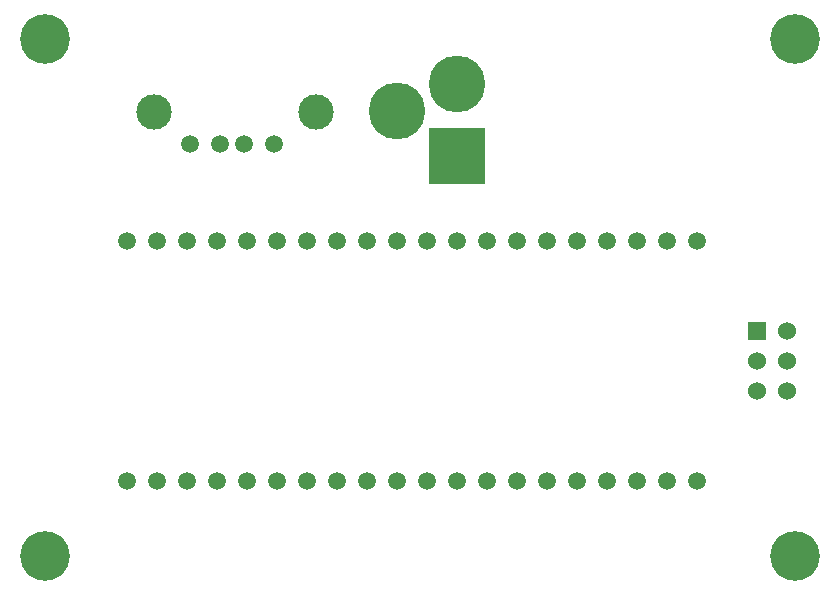
<source format=gbs>
G04 (created by PCBNEW (2013-03-31 BZR 4008)-stable) date 13.09.2013 22:32:34*
%MOIN*%
G04 Gerber Fmt 3.4, Leading zero omitted, Abs format*
%FSLAX34Y34*%
G01*
G70*
G90*
G04 APERTURE LIST*
%ADD10C,0.006*%
%ADD11C,0.0591*%
%ADD12C,0.1181*%
%ADD13R,0.06X0.06*%
%ADD14C,0.06*%
%ADD15C,0.189*%
%ADD16R,0.189X0.189*%
%ADD17C,0.0590551*%
%ADD18C,0.1654*%
G04 APERTURE END LIST*
G54D10*
G54D11*
X21600Y-11750D03*
X22600Y-11750D03*
X23400Y-11750D03*
X24400Y-11750D03*
G54D12*
X20400Y-10700D03*
X25800Y-10700D03*
G54D13*
X40500Y-18000D03*
G54D14*
X41500Y-18000D03*
X40500Y-19000D03*
X41500Y-19000D03*
X40500Y-20000D03*
X41500Y-20000D03*
G54D15*
X30500Y-9750D03*
G54D16*
X30500Y-12150D03*
G54D15*
X28500Y-10650D03*
G54D17*
X19500Y-23000D03*
X20500Y-23000D03*
X21500Y-23000D03*
X22500Y-23000D03*
X23500Y-23000D03*
X24500Y-23000D03*
X25500Y-23000D03*
X26500Y-23000D03*
X27500Y-23000D03*
X28500Y-23000D03*
X29500Y-23000D03*
X30500Y-23000D03*
X31500Y-23000D03*
X32500Y-23000D03*
X33500Y-23000D03*
X34500Y-23000D03*
X35500Y-23000D03*
X36500Y-23000D03*
X37500Y-23000D03*
X38500Y-23000D03*
X38500Y-15000D03*
X37500Y-15000D03*
X36500Y-15000D03*
X35500Y-15000D03*
X34500Y-15000D03*
X33500Y-15000D03*
X32500Y-15000D03*
X31500Y-15000D03*
X30500Y-15000D03*
X29500Y-15000D03*
X28500Y-15000D03*
X27500Y-15000D03*
X26500Y-15000D03*
X25500Y-15000D03*
X24500Y-15000D03*
X23500Y-15000D03*
X22500Y-15000D03*
X21500Y-15000D03*
X20500Y-15000D03*
X19500Y-15000D03*
G54D18*
X41750Y-8250D03*
X41750Y-25500D03*
X16750Y-25500D03*
X16750Y-8250D03*
M02*

</source>
